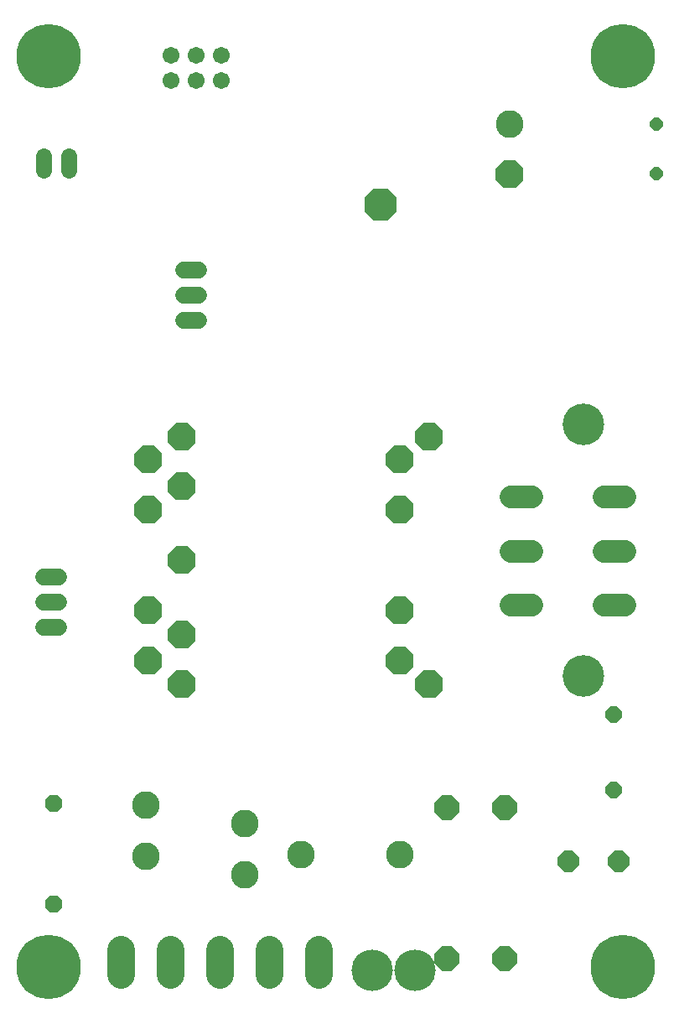
<source format=gbs>
G75*
G70*
%OFA0B0*%
%FSLAX24Y24*%
%IPPOS*%
%LPD*%
%AMOC8*
5,1,8,0,0,1.08239X$1,22.5*
%
%ADD10C,0.1100*%
%ADD11OC8,0.1100*%
%ADD12OC8,0.1299*%
%ADD13C,0.0674*%
%ADD14C,0.1100*%
%ADD15OC8,0.0973*%
%ADD16C,0.0907*%
%ADD17OC8,0.0640*%
%ADD18OC8,0.0840*%
%ADD19C,0.1653*%
%ADD20C,0.0674*%
%ADD21OC8,0.0680*%
%ADD22C,0.0640*%
%ADD23C,0.2562*%
%ADD24C,0.1650*%
%ADD25OC8,0.0516*%
D10*
X012044Y011426D03*
X012044Y013451D03*
X015981Y012703D03*
X015981Y010678D03*
X018212Y011487D03*
X022149Y011487D03*
X026497Y040528D03*
D11*
X026497Y038528D03*
X023309Y028098D03*
X022137Y027177D03*
X022137Y025177D03*
X022137Y021177D03*
X022137Y019177D03*
X023309Y018256D03*
X013466Y018256D03*
X012137Y019177D03*
X013466Y020224D03*
X012137Y021177D03*
X013466Y023177D03*
X012137Y025177D03*
X013466Y026130D03*
X012137Y027177D03*
X013466Y028098D03*
D12*
X021362Y037302D03*
D13*
X014134Y034702D02*
X013540Y034702D01*
X013540Y033702D02*
X014134Y033702D01*
X014134Y032702D02*
X013540Y032702D01*
X008559Y022527D02*
X007965Y022527D01*
X007965Y021527D02*
X008559Y021527D01*
X008559Y020527D02*
X007965Y020527D01*
D14*
X011037Y007727D02*
X011037Y006727D01*
X013006Y006727D02*
X013006Y007727D01*
X014974Y007727D02*
X014974Y006727D01*
X016943Y006727D02*
X016943Y007727D01*
X018911Y007727D02*
X018911Y006727D01*
D15*
X023992Y007362D03*
X026298Y007362D03*
X026298Y013362D03*
X023992Y013362D03*
D16*
X026550Y021402D02*
X027375Y021402D01*
X027375Y023552D02*
X026550Y023552D01*
X026550Y025702D02*
X027375Y025702D01*
X030250Y025702D02*
X031075Y025702D01*
X031075Y023552D02*
X030250Y023552D01*
X030250Y021402D02*
X031075Y021402D01*
D17*
X030637Y017052D03*
X030637Y014052D03*
D18*
X030837Y011202D03*
X028837Y011202D03*
D19*
X029437Y018577D03*
X029437Y028577D03*
D20*
X015025Y042246D03*
X015025Y043246D03*
X014025Y043246D03*
X014025Y042246D03*
X013025Y042246D03*
X013025Y043246D03*
D21*
X008362Y013527D03*
X008362Y009527D03*
D22*
X007987Y038697D02*
X007987Y039257D01*
X008987Y039257D02*
X008987Y038697D01*
D23*
X008162Y007002D03*
X030997Y007002D03*
X030997Y043222D03*
X008162Y043222D03*
D24*
X021037Y006877D03*
X022737Y006877D03*
D25*
X032337Y038552D03*
X032337Y040527D03*
M02*

</source>
